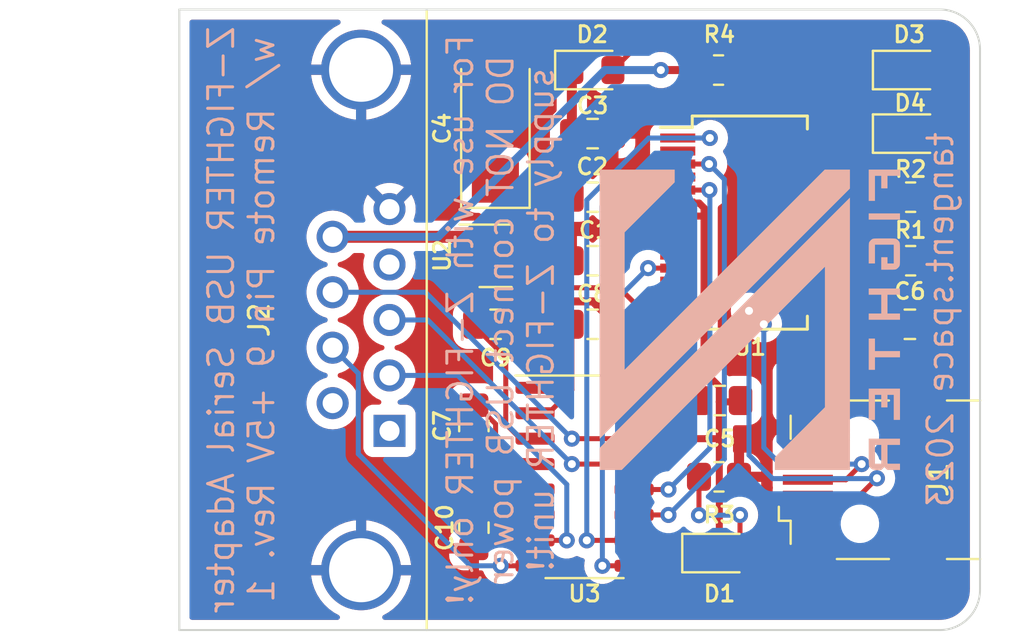
<source format=kicad_pcb>
(kicad_pcb (version 20211014) (generator pcbnew)
  (layers (0 "F.Cu" signal) (31 "B.Cu" signal) (34 "B.Paste" user) (35 "F.Paste" user) (36 "B.SilkS" user "B.Silkscreen") (37 "F.SilkS" user "F.Silkscreen") (38 "B.Mask" user) (39 "F.Mask" user) (44 "Edge.Cuts" user))
  (net 0 "")
  (net 1 "GND")
  (net 2 "VBUS")
  (net 3 "VCC")
  (net 4 "Net-(C6-Pad2)")
  (net 5 "Net-(C7-Pad1)")
  (net 6 "Net-(C7-Pad2)")
  (net 7 "Net-(C8-Pad2)")
  (net 8 "Net-(C9-Pad1)")
  (net 9 "Net-(C9-Pad2)")
  (net 10 "Net-(C10-Pad1)")
  (net 11 "Net-(R3-Pad2)")
  (net 12 "Net-(R4-Pad2)")
  (net 13 "#RXLED")
  (net 14 "Net-(R1-Pad2)")
  (net 15 "#TXLED")
  (net 16 "Net-(R2-Pad2)")
  (net 17 "D-")
  (net 18 "D+")
  (net 21 "232_TX")
  (net 22 "232_RX")
  (net 25 "232_CTS")
  (net 26 "232_RTS")
  (net 27 "TX")
  (net 29 "RTS")
  (net 30 "RX")
  (net 34 "CTS")
  (net 37 "Net-(U1-Pad14)")
  (footprint "Connector_USB:USB_Mini-B_Wuerth_65100516121_Horizontal" (layer "F.Cu") (at 34 23.4925 90)
    (fp_text reference "J1" (at 0 3.898 90) (layer "F.SilkS"))
    (fp_text value "USB_B_Mini")
    (fp_line (start 2.05 -3.46) (end 3.2 -3.46) (layer "F.SilkS") (width 0.12))
    (fp_line (start -3.2 -3.46) (end -2.05 -3.46) (layer "F.SilkS") (width 0.12))
    (fp_line (start -2.05 -4.05) (end -1.35 -4.05) (layer "F.SilkS") (width 0.12))
    (fp_line (start -3.96 4.35) (end -3.96 6.01) (layer "F.SilkS") (width 0.12))
    (fp_line (start -2.05 -3.46) (end -2.05 -4.05) (layer "F.SilkS") (width 0.12))
    (fp_line (start -3.96 1.45) (end -3.96 -1.15) (layer "F.SilkS") (width 0.12))
    (fp_line (start 3.96 -1.15) (end 3.96 1.45) (layer "F.SilkS") (width 0.12))
    (fp_line (start 3.96 6.01) (end 3.96 4.35) (layer "F.SilkS") (width 0.12))
    (pad "" np_thru_hole circle (at 2.2 0 90) (size 0.9 0.9) (drill 0.9) (layers *.Cu *.Mask))
    (pad "" np_thru_hole circle (at -2.2 0 90) (size 0.9 0.9) (drill 0.9) (layers *.Cu *.Mask))
    (pad "1" smd rect (at -1.6 -2.6 90) (size 0.5 2.5) (layers "F.Cu" "F.Paste" "F.Mask") (net 2 "VBUS"))
    (pad "2" smd rect (at -0.8 -2.6 90) (size 0.5 2.5) (layers "F.Cu" "F.Paste" "F.Mask") (net 17 "D-"))
    (pad "3" smd rect (at 0 -2.6 90) (size 0.5 2.5) (layers "F.Cu" "F.Paste" "F.Mask") (net 18 "D+"))
    (pad "4" smd rect (at 0.8 -2.6 90) (size 0.5 2.5) (layers "F.Cu" "F.Paste" "F.Mask"))
    (pad "5" smd rect (at 1.6 -2.6 90) (size 0.5 2.5) (layers "F.Cu" "F.Paste" "F.Mask") (net 1 "GND"))
    (pad "6" smd rect (at -4.4 -2.6 90) (size 2 2.5) (layers "F.Cu" "F.Paste" "F.Mask") (net 1 "GND"))
    (pad "6" smd rect (at 4.4 2.9 90) (size 2 2.5) (layers "F.Cu" "F.Paste" "F.Mask") (net 1 "GND"))
    (pad "6" smd rect (at -4.4 2.9 90) (size 2 2.5) (layers "F.Cu" "F.Paste" "F.Mask") (net 1 "GND"))
    (pad "6" smd rect (at 4.4 -2.6 90) (size 2 2.5) (layers "F.Cu" "F.Paste" "F.Mask") (net 1 "GND"))
  )
  (footprint "Resistor_SMD:R_0805_2012Metric_Pad1.20x1.40mm_HandSolder" (layer "F.Cu") (at 26.9385 3.025)
    (fp_text reference "R4" (at 0.0375 -1.778) (layer "F.SilkS") (effects (font (size 0.8 0.8))))
    (fp_text value "1KΩ")
    (fp_line (start -0.227064 0.735) (end 0.227064 0.735) (layer "F.SilkS") (width 0.12))
    (fp_line (start -0.227064 -0.735) (end 0.227064 -0.735) (layer "F.SilkS") (width 0.12))
    (pad "1" smd roundrect (at -1 0) (size 1.2 1.4) (layers "F.Cu" "F.Paste" "F.Mask") (roundrect_rratio 0.2083333333) (net 3 "VCC"))
    (pad "2" smd roundrect (at 1 0) (size 1.2 1.4) (layers "F.Cu" "F.Paste" "F.Mask") (roundrect_rratio 0.2083333333) (net 12 "Net-(R4-Pad2)"))
  )
  (footprint "LED_SMD:LED_0805_2012Metric_Pad1.15x1.40mm_HandSolder" (layer "F.Cu") (at 26.985 27.155)
    (fp_text reference "D1" (at 0 2.032) (layer "F.SilkS") (effects (font (size 0.8 0.8))))
    (fp_text value "Bus Power Indicator (Green)")
    (fp_line (start -1.86 -0.96) (end -1.86 0.96) (layer "F.SilkS") (width 0.12))
    (fp_line (start -1.86 0.96) (end 1 0.96) (layer "F.SilkS") (width 0.12))
    (fp_line (start 1 -0.96) (end -1.86 -0.96) (layer "F.SilkS") (width 0.12))
    (pad "1" smd roundrect (at -1.025 0) (size 1.15 1.4) (layers "F.Cu" "F.Paste" "F.Mask") (roundrect_rratio 0.2173913043) (net 1 "GND"))
    (pad "2" smd roundrect (at 1.025 0) (size 1.15 1.4) (layers "F.Cu" "F.Paste" "F.Mask") (roundrect_rratio 0.2173913043) (net 11 "Net-(R3-Pad2)"))
  )
  (footprint "Capacitor_Tantalum_SMD:CP_EIA-6032-15_Kemet-U_Pad2.25x2.35mm_HandSolder" (layer "F.Cu") (at 15.79 5.975 90)
    (fp_text reference "C4" (at 0.029 -2.657 270) (layer "F.SilkS") (effects (font (size 0.8 0.8))))
    (fp_text value "150uF")
    (fp_line (start -3.935 1.71) (end 3 1.71) (layer "F.SilkS") (width 0.12))
    (fp_line (start -3.935 -1.71) (end -3.935 1.71) (layer "F.SilkS") (width 0.12))
    (fp_line (start 3 -1.71) (end -3.935 -1.71) (layer "F.SilkS") (width 0.12))
    (pad "1" smd roundrect (at -2.55 0 90) (size 2.25 2.35) (layers "F.Cu" "F.Paste" "F.Mask") (roundrect_rratio 0.1111111111) (net 3 "VCC"))
    (pad "2" smd roundrect (at 2.55 0 90) (size 2.25 2.35) (layers "F.Cu" "F.Paste" "F.Mask") (roundrect_rratio 0.1111111111) (net 1 "GND"))
  )
  (footprint "Package_SO:SSOP-28_5.3x10.2mm_P0.65mm" (layer "F.Cu") (at 28.5 10.645)
    (fp_text reference "U1" (at 0 6.223) (layer "F.SilkS") (effects (font (size 0.8 0.8))))
    (fp_text value "CY7C65213-28PVXI")
    (fp_line (start 2.875 -5.325) (end 2.875 -4.675) (layer "F.SilkS") (width 0.15))
    (fp_line (start -2.875 -5.325) (end 2.875 -5.325) (layer "F.SilkS") (width 0.15))
    (fp_line (start 2.875 5.325) (end 2.875 4.675) (layer "F.SilkS") (width 0.15))
    (fp_line (start -2.875 -4.75) (end -4.475 -4.75) (layer "F.SilkS") (width 0.15))
    (fp_line (start -2.875 -5.325) (end -2.875 -4.75) (layer "F.SilkS") (width 0.15))
    (fp_line (start -2.875 5.325) (end 2.875 5.325) (layer "F.SilkS") (width 0.15))
    (fp_line (start -2.875 5.325) (end -2.875 4.675) (layer "F.SilkS") (width 0.15))
    (pad "1" smd rect locked (at -3.6 -4.225) (size 1.75 0.45) (layers "F.Cu" "F.Paste" "F.Mask") (net 27 "TX"))
    (pad "2" smd rect locked (at -3.6 -3.575) (size 1.75 0.45) (layers "F.Cu" "F.Paste" "F.Mask"))
    (pad "3" smd rect locked (at -3.6 -2.925) (size 1.75 0.45) (layers "F.Cu" "F.Paste" "F.Mask") (net 29 "RTS"))
    (pad "4" smd rect locked (at -3.6 -2.275) (size 1.75 0.45) (layers "F.Cu" "F.Paste" "F.Mask") (net 2 "VBUS"))
    (pad "5" smd rect locked (at -3.6 -1.625) (size 1.75 0.45) (layers "F.Cu" "F.Paste" "F.Mask") (net 30 "RX"))
    (pad "6" smd rect locked (at -3.6 -0.975) (size 1.75 0.45) (layers "F.Cu" "F.Paste" "F.Mask") (net 1 "GND"))
    (pad "7" smd rect locked (at -3.6 -0.325) (size 1.75 0.45) (layers "F.Cu" "F.Paste" "F.Mask") (net 1 "GND"))
    (pad "8" smd rect locked (at -3.6 0.325) (size 1.75 0.45) (layers "F.Cu" "F.Paste" "F.Mask"))
    (pad "9" smd rect locked (at -3.6 0.975) (size 1.75 0.45) (layers "F.Cu" "F.Paste" "F.Mask"))
    (pad "10" smd rect locked (at -3.6 1.625) (size 1.75 0.45) (layers "F.Cu" "F.Paste" "F.Mask"))
    (pad "11" smd rect locked (at -3.6 2.275) (size 1.75 0.45) (layers "F.Cu" "F.Paste" "F.Mask") (net 34 "CTS"))
    (pad "12" smd rect locked (at -3.6 2.925) (size 1.75 0.45) (layers "F.Cu" "F.Paste" "F.Mask"))
    (pad "13" smd rect locked (at -3.6 3.575) (size 1.75 0.45) (layers "F.Cu" "F.Paste" "F.Mask"))
    (pad "14" smd rect locked (at -3.6 4.225) (size 1.75 0.45) (layers "F.Cu" "F.Paste" "F.Mask") (net 37 "Net-(U1-Pad14)"))
    (pad "15" smd rect locked (at 3.6 4.225) (size 1.75 0.45) (layers "F.Cu" "F.Paste" "F.Mask") (net 18 "D+"))
    (pad "16" smd rect locked (at 3.6 3.575) (size 1.75 0.45) (layers "F.Cu" "F.Paste" "F.Mask") (net 17 "D-"))
    (pad "17" smd rect locked (at 3.6 2.925) (size 1.75 0.45) (layers "F.Cu" "F.Paste" "F.Mask") (net 4 "Net-(C6-Pad2)"))
    (pad "18" smd rect locked (at 3.6 2.275) (size 1.75 0.45) (layers "F.Cu" "F.Paste" "F.Mask") (net 1 "GND"))
    (pad "19" smd rect locked (at 3.6 1.625) (size 1.75 0.45) (layers "F.Cu" "F.Paste" "F.Mask"))
    (pad "20" smd rect locked (at 3.6 0.975) (size 1.75 0.45) (layers "F.Cu" "F.Paste" "F.Mask") (net 2 "VBUS"))
    (pad "21" smd rect locked (at 3.6 0.325) (size 1.75 0.45) (layers "F.Cu" "F.Paste" "F.Mask") (net 1 "GND"))
    (pad "22" smd rect locked (at 3.6 -0.325) (size 1.75 0.45) (layers "F.Cu" "F.Paste" "F.Mask") (net 13 "#RXLED"))
    (pad "23" smd rect locked (at 3.6 -0.975) (size 1.75 0.45) (layers "F.Cu" "F.Paste" "F.Mask") (net 15 "#TXLED"))
    (pad "24" smd rect locked (at 3.6 -1.625) (size 1.75 0.45) (layers "F.Cu" "F.Paste" "F.Mask"))
    (pad "25" smd rect locked (at 3.6 -2.275) (size 1.75 0.45) (layers "F.Cu" "F.Paste" "F.Mask"))
    (pad "26" smd rect locked (at 3.6 -2.925) (size 1.75 0.45) (layers "F.Cu" "F.Paste" "F.Mask"))
    (pad "27" smd rect locked (at 3.6 -3.575) (size 1.75 0.45) (layers "F.Cu" "F.Paste" "F.Mask"))
    (pad "28" smd rect locked (at 3.6 -4.225) (size 1.75 0.45) (layers "F.Cu" "F.Paste" "F.Mask"))
  )
  (footprint "Capacitor_SMD:C_0805_2012Metric_Pad1.18x1.45mm_HandSolder" (layer "F.Cu") (at 20.6475 9.375)
    (fp_text reference "C2" (at -0.0215 -1.524) (layer "F.SilkS") (effects (font (size 0.8 0.8))))
    (fp_text value "0.1uF")
    (fp_line (start -0.261252 0.735) (end 0.261252 0.735) (layer "F.SilkS") (width 0.12))
    (fp_line (start -0.261252 -0.735) (end 0.261252 -0.735) (layer "F.SilkS") (width 0.12))
    (pad "1" smd roundrect (at -1.0375 0) (size 1.175 1.45) (layers "F.Cu" "F.Paste" "F.Mask") (roundrect_rratio 0.2127659574) (net 1 "GND"))
    (pad "2" smd roundrect (at 1.0375 0) (size 1.175 1.45) (layers "F.Cu" "F.Paste" "F.Mask") (roundrect_rratio 0.2127659574) (net 2 "VBUS"))
  )
  (footprint "LED_SMD:LED_0805_2012Metric_Pad1.15x1.40mm_HandSolder" (layer "F.Cu") (at 36.51 3.025)
    (fp_text reference "D3" (at -0.05 -1.778) (layer "F.SilkS") (effects (font (size 0.8 0.8))))
    (fp_text value "RX (Red)")
    (fp_line (start 1 -0.96) (end -1.86 -0.96) (layer "F.SilkS") (width 0.12))
    (fp_line (start -1.86 -0.96) (end -1.86 0.96) (layer "F.SilkS") (width 0.12))
    (fp_line (start -1.86 0.96) (end 1 0.96) (layer "F.SilkS") (width 0.12))
    (pad "1" smd roundrect (at -1.025 0) (size 1.15 1.4) (layers "F.Cu" "F.Paste" "F.Mask") (roundrect_rratio 0.2173913043) (net 13 "#RXLED"))
    (pad "2" smd roundrect (at 1.025 0) (size 1.15 1.4) (layers "F.Cu" "F.Paste" "F.Mask") (roundrect_rratio 0.2173913043) (net 14 "Net-(R1-Pad2)"))
  )
  (footprint "Resistor_SMD:R_0805_2012Metric_Pad1.20x1.40mm_HandSolder" (layer "F.Cu") (at 26.96 23.345 180)
    (fp_text reference "R3" (at -0.016 -1.905) (layer "F.SilkS") (effects (font (size 0.8 0.8))))
    (fp_text value "1KΩ")
    (fp_line (start -0.227064 -0.735) (end 0.227064 -0.735) (layer "F.SilkS") (width 0.12))
    (fp_line (start -0.227064 0.735) (end 0.227064 0.735) (layer "F.SilkS") (width 0.12))
    (pad "1" smd roundrect (at -1 0 180) (size 1.2 1.4) (layers "F.Cu" "F.Paste" "F.Mask") (roundrect_rratio 0.2083333333) (net 2 "VBUS"))
    (pad "2" smd roundrect (at 1 0 180) (size 1.2 1.4) (layers "F.Cu" "F.Paste" "F.Mask") (roundrect_rratio 0.2083333333) (net 11 "Net-(R3-Pad2)"))
  )
  (footprint "Capacitor_SMD:C_0805_2012Metric_Pad1.18x1.45mm_HandSolder" (layer "F.Cu") (at 20.6475 15.725 180)
    (fp_text reference "C8" (at 0 1.524) (layer "F.SilkS") (effects (font (size 0.8 0.8))))
    (fp_text value "0.1uF")
    (fp_line (start -0.261252 0.735) (end 0.261252 0.735) (layer "F.SilkS") (width 0.12))
    (fp_line (start -0.261252 -0.735) (end 0.261252 -0.735) (layer "F.SilkS") (width 0.12))
    (pad "1" smd roundrect (at -1.0375 0 180) (size 1.175 1.45) (layers "F.Cu" "F.Paste" "F.Mask") (roundrect_rratio 0.2127659574) (net 3 "VCC"))
    (pad "2" smd roundrect (at 1.0375 0 180) (size 1.175 1.45) (layers "F.Cu" "F.Paste" "F.Mask") (roundrect_rratio 0.2127659574) (net 7 "Net-(C8-Pad2)"))
  )
  (footprint "Capacitor_SMD:C_0805_2012Metric_Pad1.18x1.45mm_HandSolder" (layer "F.Cu") (at 36.4975 15.725 180)
    (fp_text reference "C6" (at 0 1.651) (layer "F.SilkS") (effects (font (size 0.8 0.8))))
    (fp_text value "1uF")
    (fp_line (start -0.261252 0.735) (end 0.261252 0.735) (layer "F.SilkS") (width 0.12))
    (fp_line (start -0.261252 -0.735) (end 0.261252 -0.735) (layer "F.SilkS") (width 0.12))
    (pad "1" smd roundrect (at -1.0375 0 180) (size 1.175 1.45) (layers "F.Cu" "F.Paste" "F.Mask") (roundrect_rratio 0.2127659574) (net 1 "GND"))
    (pad "2" smd roundrect (at 1.0375 0 180) (size 1.175 1.45) (layers "F.Cu" "F.Paste" "F.Mask") (roundrect_rratio 0.2127659574) (net 4 "Net-(C6-Pad2)"))
  )
  (footprint "Resistor_SMD:R_0805_2012Metric_Pad1.20x1.40mm_HandSolder" (layer "F.Cu") (at 36.535 12.55)
    (fp_text reference "R1" (at 0 -1.524) (layer "F.SilkS") (effects (font (size 0.8 0.8))))
    (fp_text value "1KΩ")
    (fp_line (start -0.227064 -0.735) (end 0.227064 -0.735) (layer "F.SilkS") (width 0.12))
    (fp_line (start -0.227064 0.735) (end 0.227064 0.735) (layer "F.SilkS") (width 0.12))
    (pad "1" smd roundrect (at -1 0) (size 1.2 1.4) (layers "F.Cu" "F.Paste" "F.Mask") (roundrect_rratio 0.2083333333) (net 2 "VBUS"))
    (pad "2" smd roundrect (at 1 0) (size 1.2 1.4) (layers "F.Cu" "F.Paste" "F.Mask") (roundrect_rratio 0.2083333333) (net 14 "Net-(R1-Pad2)"))
  )
  (footprint "Capacitor_SMD:C_0805_2012Metric_Pad1.18x1.45mm_HandSolder" (layer "F.Cu") (at 15.8 15.725 180)
    (fp_text reference "C9" (at 0 -1.68) (layer "F.SilkS") (effects (font (size 0.8 0.8))))
    (fp_text value "0.1uF")
    (fp_line (start -0.261252 0.735) (end 0.261252 0.735) (layer "F.SilkS") (width 0.12))
    (fp_line (start -0.261252 -0.735) (end 0.261252 -0.735) (layer "F.SilkS") (width 0.12))
    (pad "1" smd roundrect (at -1.0375 0 180) (size 1.175 1.45) (layers "F.Cu" "F.Paste" "F.Mask") (roundrect_rratio 0.2127659574) (net 8 "Net-(C9-Pad1)"))
    (pad "2" smd roundrect (at 1.0375 0 180) (size 1.175 1.45) (layers "F.Cu" "F.Paste" "F.Mask") (roundrect_rratio 0.2127659574) (net 9 "Net-(C9-Pad2)"))
  )
  (footprint "Connector_Dsub:DSUB-9_Female_Horizontal_P2.77x2.84mm_EdgePinOffset7.70mm_Housed_MountingHolesOffset9.12mm" (layer "F.Cu") (at 10.5 21.05 -90)
    (fp_text reference "J2" (at -5.54 6.511 90) (layer "F.SilkS"))
    (fp_text value "SIO Ch. B (RS-232)")
    (fp_line (start -21.025 -1.86) (end 9.945 -1.86) (layer "F.SilkS") (width 0.12))
    (pad "0" thru_hole oval (at -18.04 1.42 270) (size 4 4) (drill 3.2) (layers *.Cu *.Mask) (net 1 "GND"))
    (pad "0" thru_hole oval (at 6.96 1.42 270) (size 4 4) (drill 3.2) (layers *.Cu *.Mask) (net 1 "GND"))
    (pad "1" thru_hole rect (at 0 0 270) (size 1.6 1.6) (drill 1) (layers *.Cu *.Mask))
    (pad "2" thru_hole circle (at -2.77 0 270) (size 1.6 1.6) (drill 1) (layers *.Cu *.Mask) (net 21 "232_TX"))
    (pad "3" thru_hole circle (at -5.54 0 270) (size 1.6 1.6) (drill 1) (layers *.Cu *.Mask) (net 22 "232_RX"))
    (pad "4" thru_hole circle (at -8.31 0 270) (size 1.6 1.6) (drill 1) (layers *.Cu *.Mask))
    (pad "5" thru_hole circle (at -11.08 0 270) (size 1.6 1.6) (drill 1) (layers *.Cu *.Mask) (net 1 "GND"))
    (pad "6" thru_hole circle (at -1.385 2.84 270) (size 1.6 1.6) (drill 1) (layers *.Cu *.Mask))
    (pad "7" thru_hole circle (at -4.155 2.84 270) (size 1.6 1.6) (drill 1) (layers *.Cu *.Mask) (net 25 "232_CTS"))
    (pad "8" thru_hole circle (at -6.925 2.84 270) (size 1.6 1.6) (drill 1) (layers *.Cu *.Mask) (net 26 "232_RTS"))
    (pad "9" thru_hole circle (at -9.695 2.84 270) (size 1.6 1.6) (drill 1) (layers *.Cu *.Mask) (net 3 "VCC"))
  )
  (footprint "LED_SMD:LED_0805_2012Metric_Pad1.15x1.40mm_HandSolder" (layer "F.Cu") (at 20.635 3.025)
    (fp_text reference "D2" (at -0.009 -1.778) (layer "F.SilkS") (effects (font (size 0.8 0.8))))
    (fp_text value "VCC Power Indicator (Red)")
    (fp_line (start -1.86 0.96) (end 1 0.96) (layer "F.SilkS") (width 0.12))
    (fp_line (start 1 -0.96) (end -1.86 -0.96) (layer "F.SilkS") (width 0.12))
    (fp_line (start -1.86 -0.96) (end -1.86 0.96) (layer "F.SilkS") (width 0.12))
    (pad "1" smd roundrect (at -1.025 0) (size 1.15 1.4) (layers "F.Cu" "F.Paste" "F.Mask") (roundrect_rratio 0.2173913043) (net 1 "GND"))
    (pad "2" smd roundrect (at 1.025 0) (size 1.15 1.4) (layers "F.Cu" "F.Paste" "F.Mask") (roundrect_rratio 0.2173913043) (net 12 "Net-(R4-Pad2)"))
  )
  (footprint "Capacitor_SMD:C_0805_2012Metric_Pad1.18x1.45mm_HandSolder" (layer "F.Cu") (at 20.6475 12.55 180)
    (fp_text reference "C1" (at -0.1055 1.524) (layer "F.SilkS") (effects (font (size 0.8 0.8))))
    (fp_text value "0.1uF")
    (fp_line (start -0.261252 -0.735) (end 0.261252 -0.735) (layer "F.SilkS") (width 0.12))
    (fp_line (start -0.261252 0.735) (end 0.261252 0.735) (layer "F.SilkS") (width 0.12))
    (pad "1" smd roundrect (at -1.0375 0 180) (size 1.175 1.45) (layers "F.Cu" "F.Paste" "F.Mask") (roundrect_rratio 0.2127659574) (net 1 "GND"))
    (pad "2" smd roundrect (at 1.0375 0 180) (size 1.175 1.45) (layers "F.Cu" "F.Paste" "F.Mask") (roundrect_rratio 0.2127659574) (net 2 "VBUS"))
  )
  (footprint "Package_TO_SOT_SMD:SOT-23-5" (layer "F.Cu") (at 15.8 12.305)
    (fp_text reference "U2" (at -2.667 -0.009 90) (layer "F.SilkS") (effects (font (size 0.8 0.8))))
    (fp_text value "TPS2061CDBVT")
    (fp_line (start 0 -1.56) (end -1.8 -1.56) (layer "F.SilkS") (width 0.12))
    (fp_line (start 0 -1.56) (end 0.8 -1.56) (layer "F.SilkS") (width 0.12))
    (fp_line (start 0 1.56) (end -0.8 1.56) (layer "F.SilkS") (width 0.12))
    (fp_line (start 0 1.56) (end 0.8 1.56) (layer "F.SilkS") (width 0.12))
    (pad "1" smd roundrect (at -1.1375 -0.95) (size 1.325 0.6) (layers "F.Cu" "F.Paste" "F.Mask") (net 3 "VCC"))
    (pad "2" smd roundrect (at -1.1375 0) (size 1.325 0.6) (layers "F.Cu" "F.Paste" "F.Mask") (net 1 "GND"))
    (pad "3" smd roundrect (at -1.1375 0.95) (size 1.325 0.6) (layers "F.Cu" "F.Paste" "F.Mask"))
    (pad "4" smd roundrect (at 1.1375 0.95) (size 1.325 0.6) (layers "F.Cu" "F.Paste" "F.Mask") (net 37 "Net-(U1-Pad14)"))
    (pad "5" smd roundrect (at 1.1375 -0.95) (size 1.325 0.6) (layers "F.Cu" "F.Paste" "F.Mask") (net 2 "VBUS"))
  )
  (footprint "Package_SO:SOIC-16_3.9x9.9mm_P1.27mm" (layer "F.Cu") (at 20.245 23.345)
    (fp_text reference "U3" (at 0 5.842) (layer "F.SilkS") (effects (font (size 0.8 0.8))))
    (fp_text value "MAX202")
    (fp_line (start 0 -5.06) (end 1.95 -5.06) (layer "F.SilkS") (width 0.12))
    (fp_line (start 0 5.06) (end -1.95 5.06) (layer "F.SilkS") (width 0.12))
    (fp_line (start 0 5.06) (end 1.95 5.06) (layer "F.SilkS") (width 0.12))
    (fp_line (start 0 -5.06) (end -3.45 -5.06) (layer "F.SilkS") (width 0.12))
    (pad "1" smd roundrect (at -2.475 -4.445) (size 1.95 0.6) (layers "F.Cu" "F.Paste" "F.Mask") (net 8 "Net-(C9-Pad1)"))
    (pad "2" smd roundrect (at -2.475 -3.175) (size 1.95 0.6) (layers "F.Cu" "F.Paste" "F.Mask") (net 7 "Net-(C8-Pad2)"))
    (pad "3" smd roundrect (at -2.475 -1.905) (size 1.95 0.6) (layers "F.Cu" "F.Paste" "F.Mask") (net 9 "Net-(C9-Pad2)"))
    (pad "4" smd roundrect (at -2.475 -0.635) (size 1.95 0.6) (layers "F.Cu" "F.Paste" "F.Mask") (net 6 "Net-(C7-Pad2)"))
    (pad "5" smd roundrect (at -2.475 0.635) (size 1.95 0.6) (layers "F.Cu" "F.Paste" "F.Mask") (net 5 "Net-(C7-Pad1)"))
    (pad "6" smd roundrect (at -2.475 1.905) (size 1.95 0.6) (layers "F.Cu" "F.Paste" "F.Mask") (net 10 "Net-(C10-Pad1)"))
    (pad "7" smd roundrect (at -2.475 3.175) (size 1.95 0.6) (layers "F.Cu" "F.Paste" "F.Mask") (net 21 "232_TX"))
    (pad "8" smd roundrect (at -2.475 4.445) (size 1.95 0.6) (layers "F.Cu" "F.Paste" "F.Mask") (net 25 "232_CTS"))
    (pad "9" smd roundrect (at 2.475 4.445) (size 1.95 0.6) (layers "F.Cu" "F.Paste" "F.Mask") (net 34 "CTS"))
    (pad "10" smd roundrect (at 2.475 3.175) (size 1.95 0.6) (layers "F.Cu" "F.Paste" "F.Mask") (net 27 "TX"))
    (pad "11" smd roundrect (at 2.475 1.905) (size 1.95 0.6) (layers "F.Cu" "F.Paste" "F.Mask") (net 29 "RTS"))
    (pad "12" smd roundrect (at 2.475 0.635) (size 1.95 0.6) (layers "F.Cu" "F.Paste" "F.Mask") (net 30 "RX"))
    (pad "13" smd roundrect (at 2.475 -0.635) (size 1.95 0.6) (layers "F.Cu" "F.Paste" "F.Mask") (net 22 "232_RX"))
    (pad "14" smd roundrect (at 2.475 -1.905) (size 1.95 0.6) (layers "F.Cu" "F.Paste" "F.Mask") (net 26 "232_RTS"))
    (pad "15" smd roundrect (at 2.475 -3.175) (size 1.95 0.6) (layers "F.Cu" "F.Paste" "F.Mask") (net 1 "GND"))
    (pad "16" smd roundrect (at 2.475 -4.445) (size 1.95 0.6) (layers "F.Cu" "F.Paste" "F.Mask") (net 3 "VCC"))
  )
  (footprint "Capacitor_SMD:C_0805_2012Metric_Pad1.18x1.45mm_HandSolder" (layer "F.Cu") (at 26.9975 19.535)
    (fp_text reference "C5" (at 0 1.905) (layer "F.SilkS") (effects (font (size 0.8 0.8))))
    (fp_text value "0.1uF")
    (fp_line (start -0.261252 -0.735) (end 0.261252 -0.735) (layer "F.SilkS") (width 0.12))
    (fp_line (start -0.261252 0.735) (end 0.261252 0.735) (layer "F.SilkS") (width 0.12))
    (pad "1" smd roundrect (at -1.0375 0) (size 1.175 1.45) (layers "F.Cu" "F.Paste" "F.Mask") (roundrect_rratio 0.2127659574) (net 3 "VCC"))
    (pad "2" smd roundrect (at 1.0375 0) (size 1.175 1.45) (layers "F.Cu" "F.Paste" "F.Mask") (roundrect_rratio 0.2127659574) (net 1 "GND"))
  )
  (footprint "Capacitor_SMD:C_0805_2012Metric_Pad1.18x1.45mm_HandSolder" (layer "F.Cu") (at 14.715 20.805 90)
    (fp_text reference "C7" (at 0 -1.582 90) (layer "F.SilkS") (effects (font (size 0.8 0.8))))
    (fp_text value "0.1uF")
    (fp_line (start -0.261252 -0.735) (end 0.261252 -0.735) (layer "F.SilkS") (width 0.12))
    (fp_line (start -0.261252 0.735) (end 0.261252 0.735) (layer "F.SilkS") (width 0.12))
    (pad "1" smd roundrect (at -1.0375 0 90) (size 1.175 1.45) (layers "F.Cu" "F.Paste" "F.Mask") (roundrect_rratio 0.2127659574) (net 5 "Net-(C7-Pad1)"))
    (pad "2" smd roundrect (at 1.0375 0 90) (size 1.175 1.45) (layers "F.Cu" "F.Paste" "F.Mask") (roundrect_rratio 0.2127659574) (net 6 "Net-(C7-Pad2)"))
  )
  (footprint "Capacitor_SMD:C_0805_2012Metric_Pad1.18x1.45mm_HandSolder" (layer "F.Cu") (at 14.715 25.885 -90)
    (fp_text reference "C10" (at 0 1.455 90) (layer "F.SilkS") (effects (font (size 0.8 0.8))))
    (fp_text value "0.1uF")
    (fp_line (start -0.261252 0.735) (end 0.261252 0.735) (layer "F.SilkS") (width 0.12))
    (fp_line (start -0.261252 -0.735) (end 0.261252 -0.735) (layer "F.SilkS") (width 0.12))
    (pad "1" smd roundrect (at -1.0375 0 270) (size 1.175 1.45) (layers "F.Cu" "F.Paste" "F.Mask") (roundrect_rratio 0.2127659574) (net 10 "Net-(C10-Pad1)"))
    (pad "2" smd roundrect (at 1.0375 0 270) (size 1.175 1.45) (layers "F.Cu" "F.Paste" "F.Mask") (roundrect_rratio 0.2127659574) (net 1 "GND"))
  )
  (footprint "Capacitor_SMD:C_0805_2012Metric_Pad1.18x1.45mm_HandSolder" (layer "F.Cu") (at 20.6475 6.2)
    (fp_text reference "C3" (at 0 -1.397) (layer "F.SilkS") (effects (font (size 0.8 0.8))))
    (fp_text value "4.7uF")
    (fp_line (start -0.261252 -0.735) (end 0.261252 -0.735) (layer "F.SilkS") (width 0.12))
    (fp_line (start -0.261252 0.735) (end 0.261252 0.735) (layer "F.SilkS") (width 0.12))
    (pad "1" smd roundrect (at -1.0375 0) (size 1.175 1.45) (layers "F.Cu" "F.Paste" "F.Mask") (roundrect_rratio 0.2127659574) (net 1 "GND"))
    (pad "2" smd roundrect (at 1.0375 0) (size 1.175 1.45) (layers "F.Cu" "F.Paste" "F.Mask") (roundrect_rratio 0.2127659574) (net 2 "VBUS"))
  )
  (footprint "LED_SMD:LED_0805_2012Metric_Pad1.15x1.40mm_HandSolder" (layer "F.Cu") (at 36.51 6.2)
    (fp_text reference "D4" (at 0 -1.524) (layer "F.SilkS") (effects (font (size 0.8 0.8))))
    (fp_text value "TX (Yellow)")
    (fp_line (start 1 -0.96) (end -1.86 -0.96) (layer "F.SilkS") (width 0.12))
    (fp_line (start -1.86 -0.96) (end -1.86 0.96) (layer "F.SilkS") (width 0.12))
    (fp_line (start -1.86 0.96) (end 1 0.96) (layer "F.SilkS") (width 0.12))
    (pad "1" smd roundrect (at -1.025 0) (size 1.15 1.4) (layers "F.Cu" "F.Paste" "F.Mask") (roundrect_rratio 0.2173913043) (net 15 "#TXLED"))
    (pad "2" smd roundrect (at 1.025 0) (size 1.15 1.4) (layers "F.Cu" "F.Paste" "F.Mask") (roundrect_rratio 0.2173913043) (net 16 "Net-(R2-Pad2)"))
  )
  (footprint "Resistor_SMD:R_0805_2012Metric_Pad1.20x1.40mm_HandSolder" (layer "F.Cu") (at 36.535 9.375)
    (fp_text reference "R2" (at 0 -1.397) (layer "F.SilkS") (effects (font (size 0.8 0.8))))
    (fp_text value "1KΩ")
    (fp_line (start -0.227064 0.735) (end 0.227064 0.735) (layer "F.SilkS") (width 0.12))
    (fp_line (start -0.227064 -0.735) (end 0.227064 -0.735) (layer "F.SilkS") (width 0.12))
    (pad "1" smd roundrect (at -1 0) (size 1.2 1.4) (layers "F.Cu" "F.Paste" "F.Mask") (roundrect_rratio 0.2083333333) (net 2 "VBUS"))
    (pad "2" smd roundrect (at 1 0) (size 1.2 1.4) (layers "F.Cu" "F.Paste" "F.Mask") (roundrect_rratio 0.2083333333) (net 16 "Net-(R2-Pad2)"))
  )
  (footprint "LOGO" (layer "B.Cu") (at 28.5 15.5 -90)
    (fp_text reference "G***" hide)
    (fp_text value "LOGO" hide)
    (fp_poly (pts (xy 7.502769 6.398874) (xy 2.427668 1.323745) (xy -2.647434 -3.751384) (xy 4.36696 -3.751384) (xy 5.617308 -2.500923) (xy 6.867655 -1.250461) (xy 7.502769 -1.250461) (xy 7.502769 -5.001846) (xy -6.105747 -5.001846) (xy 0.146538 1.250462) (xy 6.398823 7.502769) (xy 7.502769 7.502769)) (layer "B.SilkS") (width 0) (fill solid))
    (fp_poly (pts (xy 5.001846 -6.252308) (xy 3.751384 -6.252308) (xy 3.751384 -6.564923) (xy 4.376615 -6.564923) (xy 4.376615 -6.877538) (xy 3.751384 -6.877538) (xy 3.751384 -7.190154) (xy 5.001846 -7.190154) (xy 5.001846 -7.502769) (xy 3.438769 -7.502769) (xy 3.438769 -5.939692) (xy 5.001846 -5.939692)) (layer "B.SilkS") (width 0) (fill solid))
    (fp_poly (pts (xy 6.790481 -5.939745) (xy 6.935237 -5.940075) (xy 7.049381 -5.940935) (xy 7.137144 -5.942583) (xy 7.202759 -5.945271) (xy 7.250456 -5.949257) (xy 7.28447 -5.954794) (xy 7.309031 -5.962137) (xy 7.328372 -5.971543) (xy 7.346724 -5.983265) (xy 7.347992 -5.984119) (xy 7.412484 -6.034016) (xy 7.456729 -6.087306) (xy 7.484202 -6.152583) (xy 7.49838 -6.23844) (xy 7.502739 -6.35347) (xy 7.502769 -6.366719) (xy 7.502769 -6.573045) (xy 7.358069 -6.721231) (xy 7.502769 -6.869417) (xy 7.502769 -7.502769) (xy 7.190154 -7.502769) (xy 7.190154 -6.877538) (xy 6.252308 -6.877538) (xy 6.252308 -7.502769) (xy 5.939692 -7.502769) (xy 5.939692 -6.564923) (xy 6.252308 -6.564923) (xy 7.190154 -6.564923) (xy 7.190154 -6.252308) (xy 6.252308 -6.252308) (xy 6.252308 -6.564923) (xy 5.939692 -6.564923) (xy 5.939692 -5.939692) (xy 6.61088 -5.939692)) (layer "B.SilkS") (width 0) (fill solid))
    (fp_poly (pts (xy -2.813539 -6.252308) (xy -3.751385 -6.252308) (xy -3.751385 -7.190154) (xy -2.813539 -7.190154) (xy -2.813539 -6.877538) (xy -3.126154 -6.877538) (xy -3.126154 -6.564923) (xy -2.500923 -6.564923) (xy -2.500923 -6.923495) (xy -2.501169 -7.050932) (xy -2.502347 -7.145596) (xy -2.505117 -7.213789) (xy -2.510138 -7.261816) (xy -2.51807 -7.295979) (xy -2.529572 -7.322581) (xy -2.545305 -7.347925) (xy -2.54535 -7.347992) (xy -2.593403 -7.404895) (xy -2.650733 -7.454898) (xy -2.655701 -7.458343) (xy -2.67588 -7.471227) (xy -2.696888 -7.481345) (xy -2.723443 -7.489029) (xy -2.760263 -7.494614) (xy -2.812067 -7.498436) (xy -2.883575 -7.500827) (xy -2.979505 -7.502124) (xy -3.104575 -7.502659) (xy -3.263505 -7.502769) (xy -3.282462 -7.502769) (xy -3.445244 -7.502685) (xy -3.573668 -7.50221) (xy -3.672452 -7.50101) (xy -3.746317 -7.49875) (xy -3.799979 -7.495095) (xy -3.838159 -7.489712) (xy -3.865575 -7.482265) (xy -3.886945 -7.472421) (xy -3.90699 -7.459844) (xy -3.909223 -7.458343) (xy -3.966126 -7.410289) (xy -4.016129 -7.352959) (xy -4.019574 -7.347992) (xy -4.032459 -7.327812) (xy -4.042576 -7.306804) (xy -4.05026 -7.28025) (xy -4.055845 -7.24343) (xy -4.059667 -7.191625) (xy -4.062058 -7.120118) (xy -4.063355 -7.024188) (xy -4.06389 -6.899117) (xy -4.064 -6.740187) (xy -4.064 -6.721231) (xy -4.063916 -6.558449) (xy -4.063441 -6.430025) (xy -4.062241 -6.33124) (xy -4.059981 -6.257376) (xy -4.056326 -6.203713) (xy -4.050943 -6.165533) (xy -4.043496 -6.138118) (xy -4.033652 -6.116747) (xy -4.021075 -6.096703) (xy -4.019574 -6.09447) (xy -3.97152 -6.037566) (xy -3.914191 -5.987563) (xy -3.909223 -5.984119) (xy -3.888153 -5.97073) (xy -3.866194 -5.960342) (xy -3.838369 -5.952575) (xy -3.799702 -5.947048) (xy -3.745217 -5.943381) (xy -3.669937 -5.941193) (xy -3.568887 -5.940102) (xy -3.437089 -5.93973) (xy -3.328418 -5.939692) (xy -2.813539 -5.939692)) (layer "B.SilkS") (width 0) (fill solid))
    (fp_poly (pts (xy -5.939692 -6.252308) (xy -7.190154 -6.252308) (xy -7.190154 -6.564923) (xy -6.564923 -6.564923) (xy -6.564923 -6.877538) (xy -7.190154 -6.877538) (xy -7.190154 -7.502769) (xy -7.502769 -7.502769) (xy -7.502769 -5.939692) (xy -5.939692 -5.939692)) (layer "B.SilkS") (width 0) (fill solid))
    (fp_poly (pts (xy -0.302846 1.250462) (xy -6.555131 -5.001846) (xy -7.502769 -5.001846) (xy -7.502769 -3.741644) (xy 2.491125 6.252308) (xy -4.366961 6.252308) (xy -5.617308 5.001846) (xy -6.867655 3.751385) (xy -7.502769 3.751385) (xy -7.502769 7.502769) (xy 5.949438 7.502769)) (layer "B.SilkS") (width 0) (fill solid))
    (fp_poly (pts (xy -5.001846 -7.502769) (xy -5.314462 -7.502769) (xy -5.314462 -5.939692) (xy -5.001846 -5.939692)) (layer "B.SilkS") (width 0) (fill solid))
    (fp_poly (pts (xy -1.250462 -6.564923) (xy -0.312616 -6.564923) (xy -0.312616 -5.939692) (xy 0 -5.939692) (xy 0 -7.502769) (xy -0.312616 -7.502769) (xy -0.312616 -6.877538) (xy -1.250462 -6.877538) (xy -1.250462 -7.502769) (xy -1.563077 -7.502769) (xy -1.563077 -5.939692) (xy -1.250462 -5.939692)) (layer "B.SilkS") (width 0) (fill solid))
    (fp_poly (pts (xy 2.500923 -6.252308) (xy 1.875692 -6.252308) (xy 1.875692 -7.502769) (xy 1.563077 -7.502769) (xy 1.563077 -6.252308) (xy 0.937846 -6.252308) (xy 0.937846 -5.939692) (xy 2.500923 -5.939692)) (layer "B.SilkS") (width 0) (fill solid))
  )
  (gr_line (start 38 31) (end 0 31) (layer "Edge.Cuts") (width 0.1))
  (gr_line (start 0 31) (end 0 0) (layer "Edge.Cuts") (width 0.1))
  (gr_line (start 0 0) (end 38 0) (layer "Edge.Cuts") (width 0.1))
  (gr_line (start 40 2) (end 40 29) (layer "Edge.Cuts") (width 0.1))
  (gr_arc (start 38 0) (mid 39.414214 0.585786) (end 40 2) (layer "Edge.Cuts") (width 0.1))
  (gr_arc (start 40 29) (mid 39.414214 30.414214) (end 38 31) (layer "Edge.Cuts") (width 0.1))
  (gr_text "Z-FIGHTER USB Serial Adapter\nw/ Remote Pin 9 +5V Rev. 1" (at 3.1 15.5 90) (layer "B.SilkS") (effects (font (size 1.25 1.25)) (justify mirror)))
  (gr_text "For use with Z-FIGHTER only!\nDO NOT connect USB power\nsupply to Z-FIGHTER unit!" (at 16.054 15.500001 90) (layer "B.SilkS") (effects (font (size 1.25 1.25)) (justify mirror)))
  (gr_text "tangent.space 2023" (at 38.025 15.5 90) (layer "B.SilkS") (effects (font (size 1.25 1.25)) (justify mirror)))
  (segment (start 31.4 19.0925) (end 31.4 21.8925) (width 0.5) (layer "F.Cu") (net 1))
  (segment (start 25.96 27.155) (end 25.96 27.015) (width 0.35) (layer "F.Cu") (net 1))
  (segment (start 25.97 9.67) (end 26.214 9.914) (width 0.35) (layer "F.Cu") (net 1))
  (segment (start 24.9 9.67) (end 25.97 9.67) (width 0.35) (layer "F.Cu") (net 1))
  (segment (start 26.976 21.476) (end 26.976 19.601) (width 0.35) (layer "F.Cu") (net 1))
  (segment (start 27.969 19.601) (end 28.035 19.535) (width 0.35) (layer "F.Cu") (net 1))
  (segment (start 24.9 10.32) (end 23.73 10.32) (width 0.35) (layer "F.Cu") (net 1))
  (segment (start 26.976 19.601) (end 27.969 19.601) (width 0.35) (layer "F.Cu") (net 1))
  (segment (start 32.1 12.92) (end 30.14 12.92) (width 0.45) (layer "F.Cu") (net 1))
  (segment (start 29.516 10.816) (end 29.516 1.628) (width 0.45) (layer "F.Cu") (net 1))
  (segment (start 26.214 18.074) (end 26.976 18.836) (width 0.35) (layer "F.Cu") (net 1))
  (segment (start 19.61 9.375) (end 19.61 6.2) (width 0.5) (layer "F.Cu") (net 1))
  (segment (start 26.976 25.999) (end 26.976 21.476) (width 0.35) (layer "F.Cu") (net 1))
  (segment (start 23.395 20.17) (end 22.72 20.17) (width 0.35) (layer "F.Cu") (net 1))
  (segment (start 32.1 10.97) (end 29.67 10.97) (width 0.45) (layer "F.Cu") (net 1))
  (segment (start 19.61 6.2) (end 19.61 3.025) (width 0.5) (layer "F.Cu") (net 1))
  (segment (start 23.73 10.32) (end 21.924 12.126) (width 0.35) (layer "F.Cu") (net 1))
  (segment (start 26.976 21.476) (end 26.94 21.44) (width 0.35) (layer "F.Cu") (net 1))
  (segment (start 26.94 21.44) (end 24.665 21.44) (width 0.35) (layer "F.Cu") (net 1))
  (segment (start 26.214 9.914) (end 26.214 18.074) (width 0.35) (layer "F.Cu") (net 1))
  (segment (start 25.96 27.015) (end 26.976 25.999) (width 0.35) (layer "F.Cu") (net 1))
  (segment (start 30.14 12.92) (end 29.516 12.296) (width 0.45) (layer "F.Cu") (net 1))
  (segment (start 26.214 10.32) (end 24.9 10.32) (width 0.35) (layer "F.Cu") (net 1))
  (segment (start 24.665 21.44) (end 23.395 20.17) (width 0.35) (layer "F.Cu") (net 1))
  (segment (start 26.976 18.836) (end 26.976 19.601) (width 0.35) (layer "F.Cu") (net 1))
  (segment (start 29.516 12.296) (end 29.516 10.816) (width 0.45) (layer "F.Cu") (net 1))
  (segment (start 31.4 19.0925) (end 36.9 19.0925) (width 0.5) (layer "F.Cu") (net 1))
  (segment (start 31.4 25.0925) (end 29.3075 25.0925) (width 0.5) (layer "F.Cu") (net 2))
  (segment (start 36.5 16.6912) (end 35.8412 17.35) (width 0.45) (layer "F.Cu") (net 2))
  (segment (start 32.1 11.62) (end 33.7095 11.62) (width 0.45) (layer "F.Cu") (net 2))
  (segment (start 33.7095 11.62) (end 34.6395 12.55) (width 0.45) (layer "F.Cu") (net 2))
  (segment (start 34.6395 12.55) (end 35.535 12.55) (width 0.45) (layer "F.Cu") (net 2))
  (segment (start 35.535 10.695) (end 35.535 12.55) (width 0.45) (layer "F.Cu") (net 2))
  (segment (start 24.9 8.37) (end 23.07 8.37) (width 0.45) (layer "F.Cu") (net 2))
  (segment (start 35.8412 17.35) (end 35.13 17.35) (width 0.45) (layer "F.Cu") (net 2))
  (segment (start 36.5 13.515) (end 36.5 16.6912) (width 0.45) (layer "F.Cu") (net 2))
  (segment (start 35.535 12.55) (end 36.5 13.515) (width 0.45) (layer "F.Cu") (net 2))
  (segment (start 35.535 9.375) (end 35.535 10.695) (width 0.45) (layer "F.Cu") (net 2))
  (segment (start 14.6625 11.355) (end 7.66 11.355) (width 0.6) (layer "F.Cu") (net 3))
  (segment (start 14.6625 11.355) (end 15.725 11.355) (width 0.4) (layer "F.Cu") (net 3))
  (segment (start 15.79 13.81) (end 16.562 14.582) (width 0.4) (layer "F.Cu") (net 3))
  (segment (start 20.657 14.582) (end 21.685 15.61) (width 0.4) (layer "F.Cu") (net 3))
  (segment (start 21.685 15.86) (end 22.72 16.895) (width 0.4) (layer "F.Cu") (net 3))
  (segment (start 15.79 8.525) (end 15.79 11.29) (width 0.4) (layer "F.Cu") (net 3))
  (segment (start 22.72 16.895) (end 22.72 18.9) (width 0.4) (layer "F.Cu") (net 3))
  (segment (start 25.9385 3.025) (end 24.055 3.025) (width 0.4) (layer "F.Cu") (net 3))
  (segment (start 24.785 19.535) (end 25.96 19.535) (width 0.4) (layer "F.Cu") (net 3))
  (segment (start 22.72 18.9) (end 24.15 18.9) (width 0.4) (layer "F.Cu") (net 3))
  (segment (start 24.15 18.9) (end 24.785 19.535) (width 0.4) (layer "F.Cu") (net 3))
  (segment (start 15.79 11.29) (end 15.79 13.81) (width 0.4) (layer "F.Cu") (net 3))
  (segment (start 15.725 11.355) (end 15.79 11.29) (width 0.25) (layer "F.Cu") (net 3))
  (segment (start 16.562 14.582) (end 20.657 14.582) (width 0.4) (layer "F.Cu") (net 3))
  (via (at 24.055 3.025) (size 0.8) (drill 0.4) (layers "F.Cu" "B.Cu") (net 3))
  (segment (start 21.261 3.025) (end 24.055 3.025) (width 0.4) (layer "B.Cu") (net 3))
  (segment (start 7.66 11.355) (end 12.931 11.355) (width 0.4) (layer "B.Cu") (net 3))
  (segment (start 12.931 11.355) (end 21.261 3.025) (width 0.4) (layer "B.Cu") (net 3))
  (segment (start 33.305 13.57) (end 35.46 15.725) (width 0.25) (layer "F.Cu") (net 4))
  (segment (start 32.1 13.57) (end 33.305 13.57) (width 0.25) (layer "F.Cu") (net 4))
  (segment (start 14.715 21.8425) (end 14.9025 21.8425) (width 0.25) (layer "F.Cu") (net 5))
  (segment (start 17.04 23.98) (end 17.77 23.98) (width 0.25) (layer "F.Cu") (net 5))
  (segment (start 14.9025 21.8425) (end 17.04 23.98) (width 0.25) (layer "F.Cu") (net 5))
  (segment (start 15.8 21.45) (end 15.8 20.7034) (width 0.25) (layer "F.Cu") (net 6))
  (segment (start 15.8 20.7034) (end 14.8641 19.7675) (width 0.25) (layer "F.Cu") (net 6))
  (segment (start 14.8641 19.7675) (end 14.715 19.7675) (width 0.25) (layer "F.Cu") (net 6))
  (segment (start 17.06 22.71) (end 15.8 21.45) (width 0.25) (layer "F.Cu") (net 6))
  (segment (start 17.77 22.71) (end 17.06 22.71) (width 0.25) (layer "F.Cu") (net 6))
  (segment (start 18.44 20.17) (end 17.77 20.17) (width 0.25) (layer "F.Cu") (net 7))
  (segment (start 19.61 19) (end 18.44 20.17) (width 0.25) (layer "F.Cu") (net 7))
  (segment (start 19.61 15.725) (end 19.61 19) (width 0.25) (layer "F.Cu") (net 7))
  (segment (start 17.77 16.6575) (end 16.8375 15.725) (width 0.25) (layer "F.Cu") (net 8))
  (segment (start 17.77 18.9) (end 17.77 16.6575) (width 0.25) (layer "F.Cu") (net 8))
  (segment (start 17.04 21.44) (end 16.308 20.708) (width 0.25) (layer "F.Cu") (net 9))
  (segment (start 16.308 20.708) (end 16.308 17.383) (width 0.25) (layer "F.Cu") (net 9))
  (segment (start 16.308 17.383) (end 14.7625 15.8375) (width 0.25) (layer "F.Cu") (net 9))
  (segment (start 17.77 21.44) (end 17.04 21.44) (width 0.25) (layer "F.Cu") (net 9))
  (segment (start 17.07 25.25) (end 17.77 25.25) (width 0.25) (layer "F.Cu") (net 10))
  (segment (start 16.6675 24.8475) (end 17.07 25.25) (width 0.25) (layer "F.Cu") (net 10))
  (segment (start 14.715 24.8475) (end 16.6675 24.8475) (width 0.25) (layer "F.Cu") (net 10))
  (segment (start 28.01 25.395) (end 28.01 27.155) (width 0.25) (layer "F.Cu") (net 11))
  (segment (start 25.96 25.262548) (end 25.96 23.345) (width 0.25) (layer "F.Cu") (net 11))
  (via (at 28.01 25.25) (size 0.8) (drill 0.4) (layers "F.Cu" "B.Cu") (net 11))
  (via (at 25.96 25.262548) (size 0.8) (drill 0.4) (layers "F.Cu" "B.Cu") (net 11))
  (segment (start 25.96 25.262548) (end 27.852452 25.262548) (width 0.25) (layer "B.Cu") (net 11))
  (segment (start 27.9385 3.025) (end 26.9135 2) (width 0.25) (layer "F.Cu") (net 12))
  (segment (start 26.9135 2) (end 22.685 2) (width 0.25) (layer "F.Cu") (net 12))
  (segment (start 22.685 2) (end 21.66 3.025) (width 0.25) (layer "F.Cu") (net 12))
  (segment (start 31.04 5.565) (end 32.945 5.565) (width 0.25) (layer "F.Cu") (net 13))
  (segment (start 32.1 10.32) (end 30.715 10.32) (width 0.25) (layer "F.Cu") (net 13))
  (segment (start 30.405 10.01) (end 30.405 6.2) (width 0.25) (layer "F.Cu") (net 13))
  (segment (start 30.715 10.32) (end 30.405 10.01) (width 0.25) (layer "F.Cu") (net 13))
  (segment (start 30.405 6.2) (end 31.04 5.565) (width 0.25) (layer "F.Cu") (net 13))
  (segment (start 32.945 5.565) (end 35.485 3.025) (width 0.25) (layer "F.Cu") (net 13))
  (segment (start 36.501 11.516) (end 36.501 4.059) (width 0.25) (layer "F.Cu") (net 14))
  (segment (start 37.535 12.55) (end 36.501 11.516) (width 0.25) (layer "F.Cu") (net 14))
  (segment (start 36.501 4.059) (end 37.535 3.025) (width 0.25) (layer "F.Cu") (net 14))
  (segment (start 33.834 7.851) (end 35.485 6.2) (width 0.25) (layer "F.Cu") (net 15))
  (segment (start 33.285 9.67) (end 33.834 9.121) (width 0.25) (layer "F.Cu") (net 15))
  (segment (start 32.1 9.67) (end 33.285 9.67) (width 0.25) (layer "F.Cu") (net 15))
  (segment (start 33.834 9.121) (end 33.834 7.851) (width 0.25) (layer "F.Cu") (net 15))
  (segment (start 37.535 9.375) (end 37.535 6.2) (width 0.25) (layer "F.Cu") (net 16))
  (segment (start 33.974255 24.2925) (end 31.4 24.2925) (width 0.25) (layer "F.Cu") (net 17))
  (segment (start 32.1 14.22) (end 29.292638 14.22) (width 0.25) (layer "F.Cu") (net 17))
  (segment (start 29.292638 14.22) (end 28.459449 15.053189) (width 0.25) (layer "F.Cu") (net 17))
  (segment (start 34.85 23.416755) (end 33.974255 24.2925) (width 0.25) (layer "F.Cu") (net 17))
  (via (at 28.459449 15.053189) (size 0.8) (drill 0.4) (layers "F.Cu" "B.Cu") (net 17))
  (via (at 34.85 23.416755) (size 0.8) (drill 0.4) (layers "F.Cu" "B.Cu") (net 17))
  (segment (start 34.831755 23.435) (end 29.635 23.435) (width 0.25) (layer "B.Cu") (net 17))
  (segment (start 28.459449 22.259449) (end 28.459449 15.053189) (width 0.25) (layer "B.Cu") (net 17))
  (segment (start 34.85 23.416755) (end 34.831755 23.435) (width 0.25) (layer "B.Cu") (net 17))
  (segment (start 29.635 23.435) (end 28.459449 22.259449) (width 0.25) (layer "B.Cu") (net 17))
  (segment (start 29.1995 15.725) (end 30.0545 14.87) (width 0.25) (layer "F.Cu") (net 18))
  (segment (start 33.3055 23.4925) (end 31.4 23.4925) (width 0.25) (layer "F.Cu") (net 18))
  (segment (start 34.088 22.71) (end 33.3055 23.4925) (width 0.25) (layer "F.Cu") (net 18))
  (segment (start 30.0545 14.87) (end 32.1 14.87) (width 0.25) (layer "F.Cu") (net 18))
  (via (at 34.088 22.71) (size 0.8) (drill 0.4) (layers "F.Cu" "B.Cu") (net 18))
  (via (at 29.1995 15.725) (size 0.8) (drill 0.4) (layers "F.Cu" "B.Cu") (net 18))
  (segment (start 29.1995 21.8855) (end 29.1995 15.725) (width 0.25) (layer "B.Cu") (net 18))
  (segment (start 30.024 22.71) (end 29.1995 21.8855) (width 0.25) (layer "B.Cu") (net 18))
  (segment (start 34.088 22.71) (end 30.024 22.71) (width 0.25) (layer "B.Cu") (net 18))
  (segment (start 19.356 26.52) (end 17.77 26.52) (width 0.25) (layer "F.Cu") (net 21))
  (via (at 19.356 26.52) (size 0.8) (drill 0.4) (layers "F.Cu" "B.Cu") (net 21))
  (segment (start 19.356 26.52) (end 19.356 23.726) (width 0.25) (layer "B.Cu") (net 21))
  (segment (start 19.356 23.726) (end 13.91 18.28) (width 0.25) (layer "B.Cu") (net 21))
  (segment (start 13.91 18.28) (end 10.5 18.28) (width 0.25) (layer "B.Cu") (net 21))
  (segment (start 19.61 22.71) (end 22.72 22.71) (width 0.25) (layer "F.Cu") (net 22))
  (via (at 19.61 22.71) (size 0.8) (drill 0.4) (layers "F.Cu" "B.Cu") (net 22))
  (segment (start 12.41 15.51) (end 10.5 15.51) (width 0.25) (layer "B.Cu") (net 22))
  (segment (start 19.61 22.71) (end 12.41 15.51) (width 0.25) (layer "B.Cu") (net 22))
  (segment (start 17.77 27.79) (end 16.054 27.79) (width 0.25) (layer "F.Cu") (net 25))
  (via (at 16.054 27.79) (size 0.8) (drill 0.4) (layers "F.Cu" "B.Cu") (net 25))
  (segment (start 14.53 27.79) (end 8.942 22.202) (width 0.25) (layer "B.Cu") (net 25))
  (segment (start 8.942 22.202) (end 8.942 18.177) (width 0.25) (layer "B.Cu") (net 25))
  (segment (start 8.942 18.177) (end 7.66 16.895) (width 0.25) (layer "B.Cu") (net 25))
  (segment (start 16.054 27.79) (end 14.53 27.79) (width 0.25) (layer "B.Cu") (net 25))
  (segment (start 19.61 21.44) (end 22.72 21.44) (width 0.25) (layer "F.Cu") (net 26))
  (via (at 19.61 21.44) (size 0.8) (drill 0.4) (layers "F.Cu" "B.Cu") (net 26))
  (segment (start 19.61 21.44) (end 12.295 14.125) (width 0.25) (layer "B.Cu") (net 26))
  (segment (start 12.295 14.125) (end 7.66 14.125) (width 0.25) (layer "B.Cu") (net 26))
  (segment (start 26.502 6.42) (end 24.9 6.42) (width 0.25) (layer "F.Cu") (net 27))
  (segment (start 22.72 26.52) (end 20.355503 26.52) (width 0.25) (layer "F.Cu") (net 27))
  (via (at 20.355503 26.52) (size 0.8) (drill 0.4) (layers "F.Cu" "B.Cu") (net 27))
  (via (at 26.502 6.42) (size 0.8) (drill 0.4) (layers "F.Cu" "B.Cu") (net 27))
  (segment (start 26.502 6.42) (end 23.454 6.42) (width 0.25) (layer "B.Cu") (net 27))
  (segment (start 20.355503 9.518497) (end 20.355503 26.52) (width 0.25) (layer "B.Cu") (net 27))
  (segment (start 23.454 6.42) (end 20.355503 9.518497) (width 0.25) (layer "B.Cu") (net 27))
  (segment (start 22.72 25.25) (end 24.436 25.25) (width 0.25) (layer "F.Cu") (net 29))
  (segment (start 26.464 7.72) (end 24.9 7.72) (width 0.25) (layer "F.Cu") (net 29))
  (via (at 24.436 25.25) (size 0.8) (drill 0.4) (layers "F.Cu" "B.Cu") (net 29))
  (via (at 26.464 7.72) (size 0.8) (drill 0.4) (layers "F.Cu" "B.Cu") (net 29))
  (segment (start 27.23 22.456) (end 24.436 25.25) (width 0.25) (layer "B.Cu") (net 29))
  (segment (start 26.464 7.72) (end 27.23 8.486) (width 0.25) (layer "B.Cu") (net 29))
  (segment (start 27.23 8.486) (end 27.23 22.456) (width 0.25) (layer "B.Cu") (net 29))
  (segment (start 22.72 23.98) (end 24.436 23.98) (width 0.25) (layer "F.Cu") (net 30))
  (segment (start 26.4795 9.02) (end 24.9 9.02) (width 0.25) (layer "F.Cu") (net 30))
  (via (at 24.436 23.98) (size 0.8) (drill 0.4) (layers "F.Cu" "B.Cu") (net 30))
  (via (at 26.4795 9.02) (size 0.8) (drill 0.4) (layers "F.Cu" "B.Cu") (net 30))
  (segment (start 26.4795 9.02) (end 26.5055 9.046) (width 0.25) (layer "B.Cu") (net 30))
  (segment (start 26.5055 9.046) (end 26.5055 21.9105) (width 0.25) (layer "B.Cu") (net 30))
  (segment (start 26.5055 21.9105) (end 24.436 23.98) (width 0.25) (layer "B.Cu") (net 30))
  (segment (start 23.42 12.92) (end 24.9 12.92) (width 0.25) (layer "F.Cu") (net 34))
  (segment (start 22.72 27.79) (end 21.134 27.79) (width 0.25) (layer "F.Cu") (net 34))
  (via (at 23.42 12.92) (size 0.8) (drill 0.4) (layers "F.Cu" "B.Cu") (net 34))
  (via (at 21.134 27.79) (size 0.8) (drill 0.4) (layers "F.Cu" "B.Cu") (net 34))
  (segment (start 23.42 12.92) (end 21.134 15.206) (width 0.25) (layer "B.Cu") (net 34))
  (segment (start 21.134 15.206) (end 21.134 27.79) (width 0.25) (layer "B.Cu") (net 34))
  (segment (start 21.976 13.9) (end 17.95 13.9) (width 0.25) (layer "F.Cu") (net 37))
  (segment (start 22.946 14.87) (end 21.976 13.9) (width 0.25) (layer "F.Cu") (net 37))
  (segment (start 24.9 14.87) (end 22.946 14.87) (width 0.25) (layer "F.Cu") (net 37))
  (segment (start 17.95 13.9) (end 17.305 13.255) (width 0.25) (layer "F.Cu") (net 37))
  (zone (net 2) (net_name "VBUS") (layer "F.Cu") (priority 1) (connect_pads (clearance 0.508)) (min_thickness 0.254) (fill yes (thermal_gap 0.508) (thermal_bridge_width 0.508))
    (polygon (pts (xy 36 27) (xy 16.192 27) (xy 16.199825 3.845061) (xy 36.007825 3.845061)))
  )
  (zone (net 0) (net_name "") (layer "F.Cu") (connect_pads (clearance 0)) (min_thickness 0.254)
    (keepout (tracks allowed) (vias allowed) (pads allowed) (copperpour not_allowed) (footprints allowed))
    (fill (thermal_gap 0.508) (thermal_bridge_width 0.508))
    (polygon (pts (xy 36.12 13.312) (xy 33.199 13.312) (xy 33.199 6.835) (xy 36.12 6.835)))
  )
  (zone (net 0) (net_name "") (layer "F.Cu") (connect_pads (clearance 0)) (min_thickness 0.254)
    (keepout (tracks allowed) (vias allowed) (pads allowed) (copperpour not_allowed) (footprints allowed))
    (fill (thermal_gap 0.508) (thermal_bridge_width 0.508))
    (polygon (pts (xy 36.65 27.7) (xy 31.65 27.7) (xy 31.65 19.85) (xy 36.65 19.85)))
  )
  (zone (net 1) (net_name "GND") (layer "F.Cu") (connect_pads (clearance 0.508)) (min_thickness 0.254) (fill yes (thermal_gap 0.508) (thermal_bridge_width 0.508))
    (polygon (pts (xy 40 31) (xy 0 31) (xy 0 0) (xy 40 0)))
    (polygon (pts (xy 16.192 4) (xy 16.192 27) (xy 36 27) (xy 36 4)))
  )
  (zone (net 1) (net_name "GND") (layer "B.Cu") (priority 1) (connect_pads (clearance 0.508)) (min_thickness 0.254) (fill yes (thermal_gap 0.508) (thermal_bridge_width 0.508))
    (polygon (pts (xy 40 31) (xy 0 31) (xy 0 0) (xy 40 0)))
  )
)
</source>
